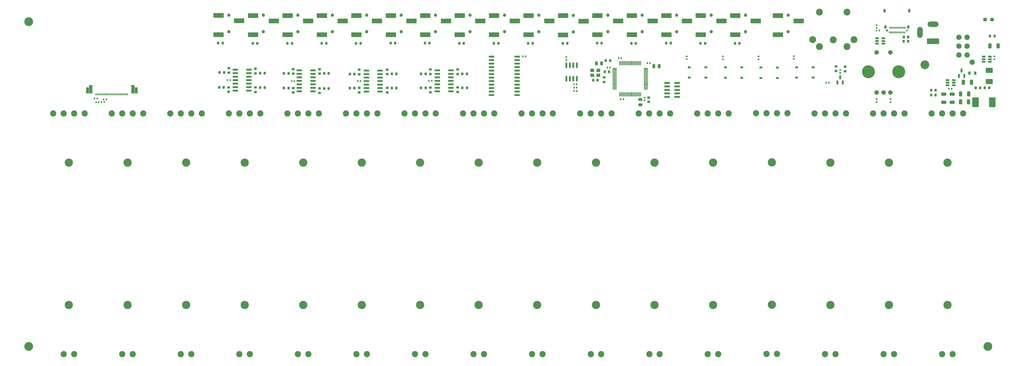
<source format=gbr>
%TF.GenerationSoftware,KiCad,Pcbnew,9.0.0*%
%TF.CreationDate,2025-04-26T10:59:41+02:00*%
%TF.ProjectId,Faderbay,46616465-7262-4617-992e-6b696361645f,rev?*%
%TF.SameCoordinates,Original*%
%TF.FileFunction,Soldermask,Top*%
%TF.FilePolarity,Negative*%
%FSLAX46Y46*%
G04 Gerber Fmt 4.6, Leading zero omitted, Abs format (unit mm)*
G04 Created by KiCad (PCBNEW 9.0.0) date 2025-04-26 10:59:41*
%MOMM*%
%LPD*%
G01*
G04 APERTURE LIST*
G04 Aperture macros list*
%AMRoundRect*
0 Rectangle with rounded corners*
0 $1 Rounding radius*
0 $2 $3 $4 $5 $6 $7 $8 $9 X,Y pos of 4 corners*
0 Add a 4 corners polygon primitive as box body*
4,1,4,$2,$3,$4,$5,$6,$7,$8,$9,$2,$3,0*
0 Add four circle primitives for the rounded corners*
1,1,$1+$1,$2,$3*
1,1,$1+$1,$4,$5*
1,1,$1+$1,$6,$7*
1,1,$1+$1,$8,$9*
0 Add four rect primitives between the rounded corners*
20,1,$1+$1,$2,$3,$4,$5,0*
20,1,$1+$1,$4,$5,$6,$7,0*
20,1,$1+$1,$6,$7,$8,$9,0*
20,1,$1+$1,$8,$9,$2,$3,0*%
G04 Aperture macros list end*
%ADD10RoundRect,0.200000X-0.275000X0.200000X-0.275000X-0.200000X0.275000X-0.200000X0.275000X0.200000X0*%
%ADD11RoundRect,0.200000X0.275000X-0.200000X0.275000X0.200000X-0.275000X0.200000X-0.275000X-0.200000X0*%
%ADD12RoundRect,0.150000X-0.825000X-0.150000X0.825000X-0.150000X0.825000X0.150000X-0.825000X0.150000X0*%
%ADD13RoundRect,0.147500X0.147500X0.172500X-0.147500X0.172500X-0.147500X-0.172500X0.147500X-0.172500X0*%
%ADD14C,2.250000*%
%ADD15C,3.000000*%
%ADD16R,2.100000X0.750000*%
%ADD17RoundRect,0.243750X-0.243750X-0.456250X0.243750X-0.456250X0.243750X0.456250X-0.243750X0.456250X0*%
%ADD18C,1.200000*%
%ADD19RoundRect,0.102000X-1.750000X0.750000X-1.750000X-0.750000X1.750000X-0.750000X1.750000X0.750000X0*%
%ADD20RoundRect,0.200000X-0.200000X-0.275000X0.200000X-0.275000X0.200000X0.275000X-0.200000X0.275000X0*%
%ADD21RoundRect,0.135000X0.135000X0.185000X-0.135000X0.185000X-0.135000X-0.185000X0.135000X-0.185000X0*%
%ADD22RoundRect,0.200000X0.200000X0.275000X-0.200000X0.275000X-0.200000X-0.275000X0.200000X-0.275000X0*%
%ADD23RoundRect,0.250000X-0.475000X0.250000X-0.475000X-0.250000X0.475000X-0.250000X0.475000X0.250000X0*%
%ADD24RoundRect,0.135000X-0.135000X-0.185000X0.135000X-0.185000X0.135000X0.185000X-0.135000X0.185000X0*%
%ADD25RoundRect,0.250000X-0.650000X0.325000X-0.650000X-0.325000X0.650000X-0.325000X0.650000X0.325000X0*%
%ADD26RoundRect,0.150000X0.150000X-0.587500X0.150000X0.587500X-0.150000X0.587500X-0.150000X-0.587500X0*%
%ADD27RoundRect,0.140000X0.170000X-0.140000X0.170000X0.140000X-0.170000X0.140000X-0.170000X-0.140000X0*%
%ADD28RoundRect,0.250000X-0.250000X-0.475000X0.250000X-0.475000X0.250000X0.475000X-0.250000X0.475000X0*%
%ADD29RoundRect,0.250000X0.925000X1.500000X-0.925000X1.500000X-0.925000X-1.500000X0.925000X-1.500000X0*%
%ADD30C,0.650000*%
%ADD31O,0.950000X0.650000*%
%ADD32R,0.300000X0.700000*%
%ADD33O,0.800000X1.400000*%
%ADD34RoundRect,0.140000X0.140000X0.170000X-0.140000X0.170000X-0.140000X-0.170000X0.140000X-0.170000X0*%
%ADD35RoundRect,0.075000X-0.700000X-0.075000X0.700000X-0.075000X0.700000X0.075000X-0.700000X0.075000X0*%
%ADD36RoundRect,0.075000X-0.075000X-0.700000X0.075000X-0.700000X0.075000X0.700000X-0.075000X0.700000X0*%
%ADD37RoundRect,0.150000X-0.875000X-0.150000X0.875000X-0.150000X0.875000X0.150000X-0.875000X0.150000X0*%
%ADD38RoundRect,0.135000X-0.185000X0.135000X-0.185000X-0.135000X0.185000X-0.135000X0.185000X0.135000X0*%
%ADD39R,1.000000X0.750000*%
%ADD40RoundRect,0.150000X0.512500X0.150000X-0.512500X0.150000X-0.512500X-0.150000X0.512500X-0.150000X0*%
%ADD41RoundRect,0.250000X0.325000X0.650000X-0.325000X0.650000X-0.325000X-0.650000X0.325000X-0.650000X0*%
%ADD42RoundRect,0.150000X0.150000X-0.825000X0.150000X0.825000X-0.150000X0.825000X-0.150000X-0.825000X0*%
%ADD43RoundRect,0.140000X-0.170000X0.140000X-0.170000X-0.140000X0.170000X-0.140000X0.170000X0.140000X0*%
%ADD44RoundRect,0.140000X-0.140000X-0.170000X0.140000X-0.170000X0.140000X0.170000X-0.140000X0.170000X0*%
%ADD45RoundRect,0.225000X-0.250000X0.225000X-0.250000X-0.225000X0.250000X-0.225000X0.250000X0.225000X0*%
%ADD46RoundRect,0.135000X0.185000X-0.135000X0.185000X0.135000X-0.185000X0.135000X-0.185000X-0.135000X0*%
%ADD47R,0.300000X0.800000*%
%ADD48R,1.100000X2.200000*%
%ADD49R,1.300000X3.050000*%
%ADD50RoundRect,0.225000X-0.225000X-0.250000X0.225000X-0.250000X0.225000X0.250000X-0.225000X0.250000X0*%
%ADD51C,3.200000*%
%ADD52RoundRect,0.150000X-0.512500X-0.150000X0.512500X-0.150000X0.512500X0.150000X-0.512500X0.150000X0*%
%ADD53RoundRect,0.250000X-1.000000X0.700000X-1.000000X-0.700000X1.000000X-0.700000X1.000000X0.700000X0*%
%ADD54RoundRect,0.218750X-0.218750X-0.381250X0.218750X-0.381250X0.218750X0.381250X-0.218750X0.381250X0*%
%ADD55RoundRect,0.225000X0.225000X0.250000X-0.225000X0.250000X-0.225000X-0.250000X0.225000X-0.250000X0*%
%ADD56C,1.400000*%
%ADD57C,2.499360*%
%ADD58R,4.500000X2.000000*%
%ADD59O,4.000000X2.000000*%
%ADD60O,2.000000X4.000000*%
%ADD61R,1.400000X1.200000*%
%ADD62C,1.650000*%
%ADD63C,4.708000*%
%ADD64C,1.950000*%
%ADD65RoundRect,0.218750X-0.218750X-0.256250X0.218750X-0.256250X0.218750X0.256250X-0.218750X0.256250X0*%
G04 APERTURE END LIST*
D10*
%TO.C,R63*%
X118872000Y41671500D03*
X118872000Y43321500D03*
%TD*%
D11*
%TO.C,R66*%
X122224800Y41593000D03*
X122224800Y43243000D03*
%TD*%
D12*
%TO.C,U10*%
X-25792200Y41910000D03*
X-25792200Y40640000D03*
X-25792200Y39370000D03*
X-25792200Y38100000D03*
X-25792200Y36830000D03*
X-25792200Y35560000D03*
X-25792200Y34290000D03*
X-20842200Y34290000D03*
X-20842200Y35560000D03*
X-20842200Y36830000D03*
X-20842200Y38100000D03*
X-20842200Y39370000D03*
X-20842200Y40640000D03*
X-20842200Y41910000D03*
%TD*%
D13*
%TO.C,L3*%
X24818200Y34391600D03*
X23848200Y34391600D03*
%TD*%
D14*
%TO.C,RV6*%
X-55150000Y26250000D03*
X-51350000Y26250000D03*
X-58950000Y26250000D03*
X-47550000Y26250000D03*
X-55150000Y-61250000D03*
X-51350000Y-61250000D03*
D15*
X-53250000Y8350000D03*
X-53250000Y-43350000D03*
%TD*%
D16*
%TO.C,J3*%
X61236000Y37338000D03*
X57636000Y37338000D03*
X61236000Y36068000D03*
X57636000Y36068000D03*
X61236000Y34798000D03*
X57636000Y34798000D03*
X61236000Y33528000D03*
X57636000Y33528000D03*
X61236000Y32258000D03*
X57636000Y32258000D03*
%TD*%
D17*
%TO.C,D2*%
X31915500Y44478000D03*
X33790500Y44478000D03*
%TD*%
D18*
%TO.C,J13*%
X-13932000Y61928000D03*
X-13932000Y55928000D03*
D19*
X-17682000Y61828000D03*
X-10182000Y59828000D03*
X-17682000Y54828000D03*
%TD*%
D20*
%TO.C,R7*%
X172911000Y35560000D03*
X174561000Y35560000D03*
%TD*%
D21*
%TO.C,R64*%
X116334000Y37416500D03*
X115314000Y37416500D03*
%TD*%
D14*
%TO.C,RV4*%
X-97650000Y26250000D03*
X-93850000Y26250000D03*
X-101450000Y26250000D03*
X-90050000Y26250000D03*
X-97650000Y-61250000D03*
X-93850000Y-61250000D03*
D15*
X-95750000Y8350000D03*
X-95750000Y-43350000D03*
%TD*%
D18*
%TO.C,J20*%
X61068000Y61928000D03*
X61068000Y55928000D03*
D19*
X57318000Y61828000D03*
X64818000Y59828000D03*
X57318000Y54828000D03*
%TD*%
D22*
%TO.C,R13*%
X-79820000Y40767000D03*
X-81470000Y40767000D03*
%TD*%
D23*
%TO.C,C8*%
X47904400Y31292800D03*
X47904400Y29392800D03*
%TD*%
D24*
%TO.C,R3*%
X133602000Y56406000D03*
X134622000Y56406000D03*
%TD*%
D25*
%TO.C,C16*%
X161036000Y33225000D03*
X161036000Y30275000D03*
%TD*%
D26*
%TO.C,Q1*%
X163540400Y39905700D03*
X165440400Y39905700D03*
X164490400Y41780700D03*
%TD*%
D27*
%TO.C,C13*%
X176408500Y46002000D03*
X176408500Y46962000D03*
%TD*%
D22*
%TO.C,R25*%
X-53658000Y51689000D03*
X-55308000Y51689000D03*
%TD*%
D28*
%TO.C,C12*%
X52818300Y43411200D03*
X54718300Y43411200D03*
%TD*%
D14*
%TO.C,RV3*%
X-118900000Y26250000D03*
X-115100000Y26250000D03*
X-122700000Y26250000D03*
X-111300000Y26250000D03*
X-118900000Y-61250000D03*
X-115100000Y-61250000D03*
D15*
X-117000000Y8350000D03*
X-117000000Y-43350000D03*
%TD*%
D14*
%TO.C,RV13*%
X93700000Y26350000D03*
X97500000Y26350000D03*
X89900000Y26350000D03*
X101300000Y26350000D03*
X93700000Y-61150000D03*
X97500000Y-61150000D03*
D15*
X95600000Y8450000D03*
X95600000Y-43250000D03*
%TD*%
D29*
%TO.C,L2*%
X175592600Y30276800D03*
X169542600Y30276800D03*
%TD*%
D20*
%TO.C,R11*%
X-90106000Y35623000D03*
X-88456000Y35623000D03*
%TD*%
D30*
%TO.C,J2*%
X144610000Y56364000D03*
D31*
X137410000Y56364000D03*
D32*
X143760000Y55704000D03*
X143260000Y55704000D03*
X142760000Y55704000D03*
X142260000Y55704000D03*
X141760000Y55704000D03*
X141260000Y55704000D03*
X140760000Y55704000D03*
X140260000Y55704000D03*
X139760000Y55704000D03*
X139260000Y55704000D03*
X138760000Y55704000D03*
X138260000Y55704000D03*
X138510000Y57404000D03*
X139010000Y57404000D03*
X139510000Y57404000D03*
X140010000Y57404000D03*
X140510000Y57404000D03*
X141010000Y57404000D03*
X141510000Y57404000D03*
X142010000Y57404000D03*
X142510000Y57404000D03*
X143010000Y57404000D03*
X143510000Y57404000D03*
X144010000Y57404000D03*
D33*
X145500000Y63564000D03*
X145140000Y57614000D03*
X136880000Y57614000D03*
X136520000Y63564000D03*
%TD*%
D34*
%TO.C,C6*%
X36852800Y42954000D03*
X35892800Y42954000D03*
%TD*%
%TO.C,C19*%
X6271200Y47019000D03*
X5311200Y47019000D03*
%TD*%
D35*
%TO.C,U4*%
X38521000Y42612000D03*
X38521000Y42112000D03*
X38521000Y41612000D03*
X38521000Y41112000D03*
X38521000Y40612000D03*
X38521000Y40112000D03*
X38521000Y39612000D03*
X38521000Y39112000D03*
X38521000Y38612000D03*
X38521000Y38112000D03*
X38521000Y37612000D03*
X38521000Y37112000D03*
X38521000Y36612000D03*
X38521000Y36112000D03*
X38521000Y35612000D03*
X38521000Y35112000D03*
D36*
X40446000Y33187000D03*
X40946000Y33187000D03*
X41446000Y33187000D03*
X41946000Y33187000D03*
X42446000Y33187000D03*
X42946000Y33187000D03*
X43446000Y33187000D03*
X43946000Y33187000D03*
X44446000Y33187000D03*
X44946000Y33187000D03*
X45446000Y33187000D03*
X45946000Y33187000D03*
X46446000Y33187000D03*
X46946000Y33187000D03*
X47446000Y33187000D03*
X47946000Y33187000D03*
D35*
X49871000Y35112000D03*
X49871000Y35612000D03*
X49871000Y36112000D03*
X49871000Y36612000D03*
X49871000Y37112000D03*
X49871000Y37612000D03*
X49871000Y38112000D03*
X49871000Y38612000D03*
X49871000Y39112000D03*
X49871000Y39612000D03*
X49871000Y40112000D03*
X49871000Y40612000D03*
X49871000Y41112000D03*
X49871000Y41612000D03*
X49871000Y42112000D03*
X49871000Y42612000D03*
D36*
X47946000Y44537000D03*
X47446000Y44537000D03*
X46946000Y44537000D03*
X46446000Y44537000D03*
X45946000Y44537000D03*
X45446000Y44537000D03*
X44946000Y44537000D03*
X44446000Y44537000D03*
X43946000Y44537000D03*
X43446000Y44537000D03*
X42946000Y44537000D03*
X42446000Y44537000D03*
X41946000Y44537000D03*
X41446000Y44537000D03*
X40946000Y44537000D03*
X40446000Y44537000D03*
%TD*%
D37*
%TO.C,U5*%
X-6174000Y46863000D03*
X-6174000Y45593000D03*
X-6174000Y44323000D03*
X-6174000Y43053000D03*
X-6174000Y41783000D03*
X-6174000Y40513000D03*
X-6174000Y39243000D03*
X-6174000Y37973000D03*
X-6174000Y36703000D03*
X-6174000Y35433000D03*
X-6174000Y34163000D03*
X-6174000Y32893000D03*
X3126000Y32893000D03*
X3126000Y34163000D03*
X3126000Y35433000D03*
X3126000Y36703000D03*
X3126000Y37973000D03*
X3126000Y39243000D03*
X3126000Y40513000D03*
X3126000Y41783000D03*
X3126000Y43053000D03*
X3126000Y44323000D03*
X3126000Y45593000D03*
X3126000Y46863000D03*
%TD*%
D38*
%TO.C,R67*%
X77838200Y46941200D03*
X77838200Y45921200D03*
%TD*%
D39*
%TO.C,SW2*%
X97678600Y39146000D03*
X91678600Y39146000D03*
X97678600Y42896000D03*
X91678600Y42896000D03*
%TD*%
D22*
%TO.C,R46*%
X21399000Y51689000D03*
X19749000Y51689000D03*
%TD*%
D14*
%TO.C,RV10*%
X29850000Y26250000D03*
X33650000Y26250000D03*
X26050000Y26250000D03*
X37450000Y26250000D03*
X29900000Y-61250000D03*
X33650000Y-61250000D03*
D15*
X31750000Y8350000D03*
X31750000Y-43350000D03*
%TD*%
D40*
%TO.C,U3*%
X161665500Y36460000D03*
X161665500Y37410000D03*
X161665500Y38360000D03*
X159390500Y38360000D03*
X159390500Y37410000D03*
X159390500Y36460000D03*
%TD*%
D41*
%TO.C,C10*%
X177751000Y50800000D03*
X174801000Y50800000D03*
%TD*%
D18*
%TO.C,J16*%
X11068000Y61928000D03*
X11068000Y55928000D03*
D19*
X7318000Y61828000D03*
X14818000Y59828000D03*
X7318000Y54828000D03*
%TD*%
D42*
%TO.C,U8*%
X21005800Y38825400D03*
X22275800Y38825400D03*
X23545800Y38825400D03*
X24815800Y38825400D03*
X24815800Y43775400D03*
X23545800Y43775400D03*
X22275800Y43775400D03*
X21005800Y43775400D03*
%TD*%
D34*
%TO.C,C14*%
X160881000Y35179000D03*
X159921000Y35179000D03*
%TD*%
D10*
%TO.C,R17*%
X-91821000Y35686000D03*
X-91821000Y34036000D03*
%TD*%
D20*
%TO.C,R31*%
X-66865000Y40767000D03*
X-65215000Y40767000D03*
%TD*%
D14*
%TO.C,RV9*%
X8550000Y26250000D03*
X12350000Y26250000D03*
X4750000Y26250000D03*
X16150000Y26250000D03*
X8550000Y-61250000D03*
X12350000Y-61250000D03*
D15*
X10450000Y8350000D03*
X10450000Y-43350000D03*
%TD*%
D10*
%TO.C,R52*%
X-28332200Y35623000D03*
X-28332200Y33973000D03*
%TD*%
D22*
%TO.C,R27*%
X-103696000Y51816000D03*
X-105346000Y51816000D03*
%TD*%
D38*
%TO.C,R61*%
X90830400Y46941200D03*
X90830400Y45921200D03*
%TD*%
D43*
%TO.C,C9*%
X49428400Y32004000D03*
X49428400Y31044000D03*
%TD*%
D38*
%TO.C,R65*%
X120396000Y41990500D03*
X120396000Y40970500D03*
%TD*%
D34*
%TO.C,C24*%
X-100993000Y38354000D03*
X-101953000Y38354000D03*
%TD*%
D18*
%TO.C,J10*%
X-51432000Y61928000D03*
X-51432000Y55928000D03*
D19*
X-55182000Y61828000D03*
X-47682000Y59828000D03*
X-55182000Y54828000D03*
%TD*%
D11*
%TO.C,R38*%
X-54178200Y40475400D03*
X-54178200Y42125400D03*
%TD*%
D44*
%TO.C,C22*%
X23802400Y35610800D03*
X24762400Y35610800D03*
%TD*%
D45*
%TO.C,C2*%
X50952400Y32032000D03*
X50952400Y30482000D03*
%TD*%
D44*
%TO.C,C5*%
X39993000Y46306800D03*
X40953000Y46306800D03*
%TD*%
D46*
%TO.C,R59*%
X133604000Y30427200D03*
X133604000Y31447200D03*
%TD*%
D39*
%TO.C,SW4*%
X84737200Y39222200D03*
X78737200Y39222200D03*
X84737200Y42972200D03*
X78737200Y42972200D03*
%TD*%
D22*
%TO.C,R23*%
X-78550000Y51689000D03*
X-80200000Y51689000D03*
%TD*%
D44*
%TO.C,C27*%
X-147673000Y30353000D03*
X-146713000Y30353000D03*
%TD*%
D18*
%TO.C,J11*%
X-38932000Y61928000D03*
X-38932000Y55928000D03*
D19*
X-42682000Y61828000D03*
X-35182000Y59828000D03*
X-42682000Y54828000D03*
%TD*%
D22*
%TO.C,R57*%
X71374000Y51689000D03*
X69724000Y51689000D03*
%TD*%
D25*
%TO.C,C18*%
X157988000Y33225000D03*
X157988000Y30275000D03*
%TD*%
D34*
%TO.C,C29*%
X-148719600Y30327600D03*
X-149679600Y30327600D03*
%TD*%
D20*
%TO.C,R8*%
X169609000Y35560000D03*
X171259000Y35560000D03*
%TD*%
D14*
%TO.C,RV2*%
X-140150000Y26250000D03*
X-136350000Y26250000D03*
X-143950000Y26250000D03*
X-132550000Y26250000D03*
X-140150000Y-61250000D03*
X-136350000Y-61250000D03*
D15*
X-138250000Y8350000D03*
X-138250000Y-43350000D03*
%TD*%
D14*
%TO.C,RV7*%
X-33950000Y26250000D03*
X-30150000Y26250000D03*
X-37750000Y26250000D03*
X-26350000Y26250000D03*
X-33950000Y-61250000D03*
X-30150000Y-61250000D03*
D15*
X-32050000Y8350000D03*
X-32050000Y-43350000D03*
%TD*%
D47*
%TO.C,J4*%
X-138224000Y33147000D03*
X-138724000Y33147000D03*
X-139224000Y33147000D03*
X-139724000Y33147000D03*
X-140224000Y33147000D03*
X-140724000Y33147000D03*
X-141224000Y33147000D03*
X-141724000Y33147000D03*
X-142224000Y33147000D03*
X-142724000Y33147000D03*
X-143224000Y33147000D03*
X-143724000Y33147000D03*
X-144224000Y33147000D03*
X-144724000Y33147000D03*
X-145224000Y33147000D03*
X-145724000Y33147000D03*
X-146224000Y33147000D03*
X-146724000Y33147000D03*
X-147224000Y33147000D03*
X-147724000Y33147000D03*
X-148224000Y33147000D03*
X-148724000Y33147000D03*
X-149224000Y33147000D03*
X-149724000Y33147000D03*
D48*
X-135124000Y34647000D03*
X-152824000Y34647000D03*
D49*
X-136324000Y35072000D03*
X-151624000Y35072000D03*
%TD*%
D11*
%TO.C,R35*%
X-44018200Y40539400D03*
X-44018200Y42189400D03*
%TD*%
D44*
%TO.C,C3*%
X50436800Y44551600D03*
X51396800Y44551600D03*
%TD*%
D22*
%TO.C,R14*%
X-79820000Y35433000D03*
X-81470000Y35433000D03*
%TD*%
D18*
%TO.C,J6*%
X-88932000Y61928000D03*
X-88932000Y55928000D03*
D19*
X-92682000Y61828000D03*
X-85182000Y59828000D03*
X-92682000Y54828000D03*
%TD*%
D34*
%TO.C,C23*%
X-77689000Y38040000D03*
X-78649000Y38040000D03*
%TD*%
D46*
%TO.C,R2*%
X133604000Y57318400D03*
X133604000Y58338400D03*
%TD*%
D14*
%TO.C,RV11*%
X51100000Y26250000D03*
X54900000Y26250000D03*
X47300000Y26250000D03*
X58700000Y26250000D03*
X51150000Y-61250000D03*
X54900000Y-61250000D03*
D15*
X53000000Y8350000D03*
X53000000Y-43350000D03*
%TD*%
D39*
%TO.C,SW1*%
X71669000Y39237000D03*
X65669000Y39237000D03*
X71669000Y42987000D03*
X65669000Y42987000D03*
%TD*%
D18*
%TO.C,J18*%
X36068000Y61928000D03*
X36068000Y55928000D03*
D19*
X32318000Y61828000D03*
X39818000Y59828000D03*
X32318000Y54828000D03*
%TD*%
D22*
%TO.C,R44*%
X-3620000Y51689000D03*
X-5270000Y51689000D03*
%TD*%
D14*
%TO.C,RV16*%
X157450000Y26250000D03*
X161250000Y26250000D03*
X153650000Y26250000D03*
X165050000Y26250000D03*
X157450000Y-61250000D03*
X161250000Y-61250000D03*
D15*
X159350000Y8350000D03*
X159350000Y-43350000D03*
%TD*%
D11*
%TO.C,R21*%
X-101473000Y41085000D03*
X-101473000Y42735000D03*
%TD*%
D22*
%TO.C,R58*%
X83883000Y51689000D03*
X82233000Y51689000D03*
%TD*%
D50*
%TO.C,C4*%
X30795000Y38382000D03*
X32345000Y38382000D03*
%TD*%
D11*
%TO.C,R1*%
X34747200Y37681400D03*
X34747200Y39331400D03*
%TD*%
D22*
%TO.C,R28*%
X-91123000Y51689000D03*
X-92773000Y51689000D03*
%TD*%
D41*
%TO.C,C15*%
X167032200Y30480000D03*
X164082200Y30480000D03*
%TD*%
D18*
%TO.C,J21*%
X73568000Y61928000D03*
X73568000Y55928000D03*
D19*
X69818000Y61828000D03*
X77318000Y59828000D03*
X69818000Y54828000D03*
%TD*%
D39*
%TO.C,SW5*%
X110625000Y39237000D03*
X104625000Y39237000D03*
X110625000Y42987000D03*
X104625000Y42987000D03*
%TD*%
D22*
%TO.C,R16*%
X-103315000Y35687000D03*
X-104965000Y35687000D03*
%TD*%
D12*
%TO.C,U7*%
X-75881000Y41910000D03*
X-75881000Y40640000D03*
X-75881000Y39370000D03*
X-75881000Y38100000D03*
X-75881000Y36830000D03*
X-75881000Y35560000D03*
X-75881000Y34290000D03*
X-70931000Y34290000D03*
X-70931000Y35560000D03*
X-70931000Y36830000D03*
X-70931000Y38100000D03*
X-70931000Y39370000D03*
X-70931000Y40640000D03*
X-70931000Y41910000D03*
%TD*%
D22*
%TO.C,R41*%
X33845000Y51816000D03*
X32195000Y51816000D03*
%TD*%
D18*
%TO.C,J7*%
X-76432000Y61928000D03*
X-76432000Y55928000D03*
D19*
X-80182000Y61828000D03*
X-72682000Y59828000D03*
X-80182000Y54828000D03*
%TD*%
D22*
%TO.C,R42*%
X-28639000Y51816000D03*
X-30289000Y51816000D03*
%TD*%
D27*
%TO.C,C20*%
X21031200Y45748000D03*
X21031200Y46708000D03*
%TD*%
D10*
%TO.C,R22*%
X-101600000Y35750000D03*
X-101600000Y34100000D03*
%TD*%
D14*
%TO.C,RV1*%
X-161450000Y26250000D03*
X-157650000Y26250000D03*
X-165250000Y26250000D03*
X-153850000Y26250000D03*
X-161450000Y-61250000D03*
X-157650000Y-61250000D03*
D15*
X-159550000Y8350000D03*
X-159550000Y-43350000D03*
%TD*%
D11*
%TO.C,R51*%
X-28332200Y40577000D03*
X-28332200Y42227000D03*
%TD*%
D21*
%TO.C,R69*%
X-145946400Y31292800D03*
X-146966400Y31292800D03*
%TD*%
D34*
%TO.C,C7*%
X41729600Y31394400D03*
X40769600Y31394400D03*
%TD*%
D22*
%TO.C,R33*%
X-55893200Y35458400D03*
X-57543200Y35458400D03*
%TD*%
D11*
%TO.C,R18*%
X-91821000Y40831000D03*
X-91821000Y42481000D03*
%TD*%
D18*
%TO.C,J19*%
X48568000Y61928000D03*
X48568000Y55928000D03*
D19*
X44818000Y61828000D03*
X52318000Y59828000D03*
X44818000Y54828000D03*
%TD*%
D51*
%TO.C,H1*%
X-174091600Y59588400D03*
%TD*%
D20*
%TO.C,R50*%
X-16711200Y40640000D03*
X-15061200Y40640000D03*
%TD*%
D52*
%TO.C,U2*%
X172477000Y46924000D03*
X172477000Y45974000D03*
X172477000Y45024000D03*
X174752000Y45024000D03*
X174752000Y45974000D03*
X174752000Y46924000D03*
%TD*%
D20*
%TO.C,R49*%
X-16711200Y35560000D03*
X-15061200Y35560000D03*
%TD*%
D14*
%TO.C,RV15*%
X136200000Y26250000D03*
X140000000Y26250000D03*
X132400000Y26250000D03*
X143800000Y26250000D03*
X136200000Y-61250000D03*
X140000000Y-61250000D03*
D15*
X138100000Y8350000D03*
X138100000Y-43350000D03*
%TD*%
D18*
%TO.C,J17*%
X23568000Y61864000D03*
X23568000Y55864000D03*
D19*
X19818000Y61764000D03*
X27318000Y59764000D03*
X19818000Y54764000D03*
%TD*%
D20*
%TO.C,R10*%
X153417000Y34671000D03*
X155067000Y34671000D03*
%TD*%
D34*
%TO.C,C26*%
X-27852200Y38100000D03*
X-28812200Y38100000D03*
%TD*%
D14*
%TO.C,RV5*%
X-76400000Y26250000D03*
X-72600000Y26250000D03*
X-80200000Y26250000D03*
X-68800000Y26250000D03*
X-76400000Y-61250000D03*
X-72600000Y-61250000D03*
D15*
X-74500000Y8350000D03*
X-74500000Y-43350000D03*
%TD*%
D22*
%TO.C,R45*%
X8826000Y51689000D03*
X7176000Y51689000D03*
%TD*%
D10*
%TO.C,R36*%
X-68580000Y35369000D03*
X-68580000Y33719000D03*
%TD*%
D22*
%TO.C,R9*%
X155067000Y32893000D03*
X153417000Y32893000D03*
%TD*%
D44*
%TO.C,C21*%
X23802400Y36830000D03*
X24762400Y36830000D03*
%TD*%
D41*
%TO.C,C11*%
X168099000Y37592000D03*
X165149000Y37592000D03*
%TD*%
D22*
%TO.C,R6*%
X145097000Y52443600D03*
X143447000Y52443600D03*
%TD*%
D53*
%TO.C,L1*%
X174498000Y41910000D03*
X174498000Y37810000D03*
%TD*%
D11*
%TO.C,R37*%
X-68580000Y40704000D03*
X-68580000Y42354000D03*
%TD*%
D54*
%TO.C,FB1*%
X167339500Y40894000D03*
X169464500Y40894000D03*
%TD*%
D55*
%TO.C,C1*%
X36538200Y41351200D03*
X34988200Y41351200D03*
%TD*%
D18*
%TO.C,J8*%
X-63932000Y61928000D03*
X-63932000Y55928000D03*
D19*
X-67682000Y61828000D03*
X-60182000Y59828000D03*
X-67682000Y54828000D03*
%TD*%
D22*
%TO.C,R48*%
X-30047200Y35560000D03*
X-31697200Y35560000D03*
%TD*%
D20*
%TO.C,R29*%
X-42303200Y40602400D03*
X-40653200Y40602400D03*
%TD*%
D51*
%TO.C,H4*%
X-174091600Y-58470800D03*
%TD*%
D56*
%TO.C,D1*%
X173024800Y60350400D03*
X175564800Y60350400D03*
%TD*%
D20*
%TO.C,R34*%
X-42303200Y35458400D03*
X-40653200Y35458400D03*
%TD*%
D22*
%TO.C,R26*%
X-41085000Y51816000D03*
X-42735000Y51816000D03*
%TD*%
D20*
%TO.C,R5*%
X35330000Y45494000D03*
X36980000Y45494000D03*
%TD*%
D51*
%TO.C,H2*%
X151180800Y43942000D03*
%TD*%
%TO.C,H3*%
X174040800Y-58470800D03*
%TD*%
D40*
%TO.C,U1*%
X136062300Y51646000D03*
X136062300Y52596000D03*
X136062300Y53546000D03*
X133787300Y53546000D03*
X133787300Y52596000D03*
X133787300Y51646000D03*
%TD*%
D38*
%TO.C,R60*%
X64710100Y46990000D03*
X64710100Y45970000D03*
%TD*%
D34*
%TO.C,C25*%
X-53698200Y37998400D03*
X-54658200Y37998400D03*
%TD*%
D18*
%TO.C,J22*%
X86068000Y61928000D03*
X86068000Y55928000D03*
D19*
X82318000Y61828000D03*
X89818000Y59828000D03*
X82318000Y54828000D03*
%TD*%
D11*
%TO.C,R19*%
X-78105000Y40704000D03*
X-78105000Y42354000D03*
%TD*%
D10*
%TO.C,R20*%
X-78105000Y35496000D03*
X-78105000Y33846000D03*
%TD*%
D18*
%TO.C,J15*%
X-1432000Y61928000D03*
X-1432000Y55928000D03*
D19*
X-5182000Y61828000D03*
X2318000Y59828000D03*
X-5182000Y54828000D03*
%TD*%
D22*
%TO.C,R4*%
X176466000Y54356000D03*
X174816000Y54356000D03*
%TD*%
%TO.C,R55*%
X46291000Y51689000D03*
X44641000Y51689000D03*
%TD*%
D11*
%TO.C,R54*%
X-18426200Y40577000D03*
X-18426200Y42227000D03*
%TD*%
D20*
%TO.C,R12*%
X-90106000Y40894000D03*
X-88456000Y40894000D03*
%TD*%
D57*
%TO.C,J14*%
X122901260Y63030100D03*
X112898740Y63030100D03*
X110401920Y53035200D03*
X117900000Y53032660D03*
X125398080Y53035200D03*
X112903820Y50533300D03*
X122896180Y50533300D03*
%TD*%
D22*
%TO.C,R43*%
X-16193000Y51689000D03*
X-17843000Y51689000D03*
%TD*%
%TO.C,R47*%
X-30047200Y40640000D03*
X-31697200Y40640000D03*
%TD*%
D12*
%TO.C,U9*%
X-51573200Y41808400D03*
X-51573200Y40538400D03*
X-51573200Y39268400D03*
X-51573200Y37998400D03*
X-51573200Y36728400D03*
X-51573200Y35458400D03*
X-51573200Y34188400D03*
X-46623200Y34188400D03*
X-46623200Y35458400D03*
X-46623200Y36728400D03*
X-46623200Y37998400D03*
X-46623200Y39268400D03*
X-46623200Y40538400D03*
X-46623200Y41808400D03*
%TD*%
D22*
%TO.C,R32*%
X-55893200Y40538400D03*
X-57543200Y40538400D03*
%TD*%
D18*
%TO.C,J12*%
X-26432000Y61928000D03*
X-26432000Y55928000D03*
D19*
X-30182000Y61828000D03*
X-22682000Y59828000D03*
X-30182000Y54828000D03*
%TD*%
D58*
%TO.C,J1*%
X154100000Y52474000D03*
D59*
X154100000Y58674000D03*
D60*
X149400000Y55674000D03*
%TD*%
D10*
%TO.C,R39*%
X-54178200Y35521400D03*
X-54178200Y33871400D03*
%TD*%
D22*
%TO.C,R56*%
X58928000Y51816000D03*
X57278000Y51816000D03*
%TD*%
D61*
%TO.C,Y1*%
X32599000Y41860000D03*
X30399000Y41860000D03*
X30399000Y40160000D03*
X32599000Y40160000D03*
%TD*%
D12*
%TO.C,U6*%
X-99122000Y42164000D03*
X-99122000Y40894000D03*
X-99122000Y39624000D03*
X-99122000Y38354000D03*
X-99122000Y37084000D03*
X-99122000Y35814000D03*
X-99122000Y34544000D03*
X-94172000Y34544000D03*
X-94172000Y35814000D03*
X-94172000Y37084000D03*
X-94172000Y38354000D03*
X-94172000Y39624000D03*
X-94172000Y40894000D03*
X-94172000Y42164000D03*
%TD*%
D62*
%TO.C,SW3*%
X133644000Y33898000D03*
X138644000Y33898000D03*
X136144000Y33898000D03*
X133644000Y48398000D03*
X138644000Y48398000D03*
D63*
X130644000Y41398000D03*
X141644000Y41398000D03*
%TD*%
D41*
%TO.C,C17*%
X167083000Y33375600D03*
X164133000Y33375600D03*
%TD*%
D26*
%TO.C,Q2*%
X119446000Y37495000D03*
X121346000Y37495000D03*
X120396000Y39370000D03*
%TD*%
D14*
%TO.C,RV14*%
X114950000Y26250000D03*
X118750000Y26250000D03*
X111150000Y26250000D03*
X122550000Y26250000D03*
X114950000Y-61250000D03*
X118750000Y-61250000D03*
D15*
X116850000Y8350000D03*
X116850000Y-43350000D03*
%TD*%
D22*
%TO.C,R15*%
X-103188000Y41148000D03*
X-104838000Y41148000D03*
%TD*%
D10*
%TO.C,R40*%
X-44018200Y35521400D03*
X-44018200Y33871400D03*
%TD*%
D46*
%TO.C,R62*%
X138684000Y30427200D03*
X138684000Y31447200D03*
%TD*%
D38*
%TO.C,R68*%
X103599000Y47042800D03*
X103599000Y46022800D03*
%TD*%
D44*
%TO.C,C28*%
X-150213000Y31623000D03*
X-149253000Y31623000D03*
%TD*%
D10*
%TO.C,R53*%
X-18426200Y35686000D03*
X-18426200Y34036000D03*
%TD*%
D22*
%TO.C,R24*%
X-66104000Y51689000D03*
X-67754000Y51689000D03*
%TD*%
D64*
%TO.C,S1*%
X166500000Y53900000D03*
X166500000Y50700000D03*
X166500000Y47500000D03*
X163500000Y47500000D03*
X163500000Y50700000D03*
X163500000Y53900000D03*
X168350000Y44900000D03*
%TD*%
D20*
%TO.C,R30*%
X-66865000Y35306000D03*
X-65215000Y35306000D03*
%TD*%
D14*
%TO.C,RV12*%
X72350000Y26250000D03*
X76150000Y26250000D03*
X68550000Y26250000D03*
X79950000Y26250000D03*
X72350000Y-61250000D03*
X76150000Y-61250000D03*
D15*
X74250000Y8350000D03*
X74250000Y-43350000D03*
%TD*%
D65*
%TO.C,D3*%
X143510000Y53967600D03*
X145085000Y53967600D03*
%TD*%
D18*
%TO.C,J9*%
X101568000Y61928000D03*
X101568000Y55928000D03*
D19*
X97818000Y61828000D03*
X105318000Y59828000D03*
X97818000Y54828000D03*
%TD*%
D14*
%TO.C,RV8*%
X-12700000Y26250000D03*
X-8900000Y26250000D03*
X-16500000Y26250000D03*
X-5100000Y26250000D03*
X-12700000Y-61250000D03*
X-8900000Y-61250000D03*
D15*
X-10800000Y8350000D03*
X-10800000Y-43350000D03*
%TD*%
D18*
%TO.C,J5*%
X-101472000Y61996000D03*
X-101472000Y55996000D03*
D19*
X-105222000Y61896000D03*
X-97722000Y59896000D03*
X-105222000Y54896000D03*
%TD*%
M02*

</source>
